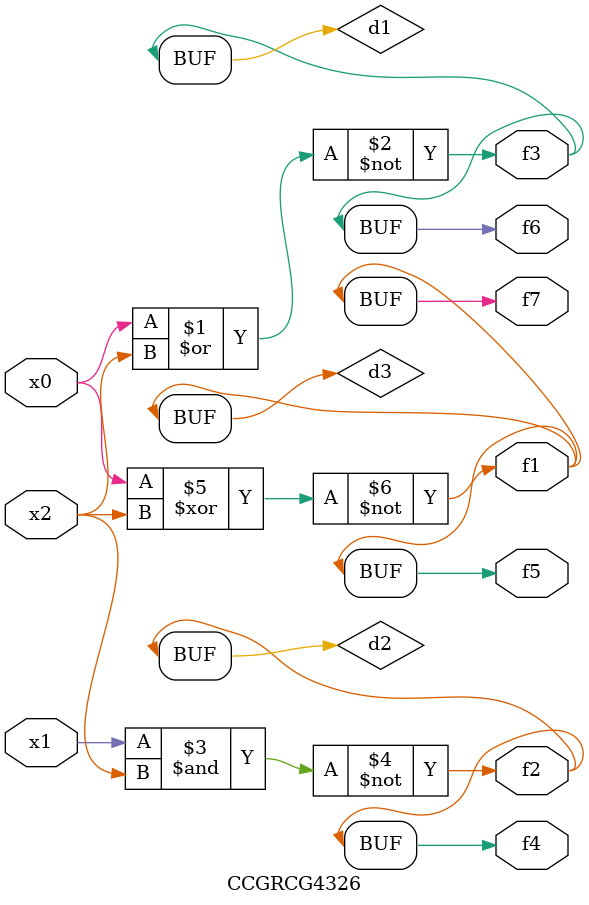
<source format=v>
module CCGRCG4326(
	input x0, x1, x2,
	output f1, f2, f3, f4, f5, f6, f7
);

	wire d1, d2, d3;

	nor (d1, x0, x2);
	nand (d2, x1, x2);
	xnor (d3, x0, x2);
	assign f1 = d3;
	assign f2 = d2;
	assign f3 = d1;
	assign f4 = d2;
	assign f5 = d3;
	assign f6 = d1;
	assign f7 = d3;
endmodule

</source>
